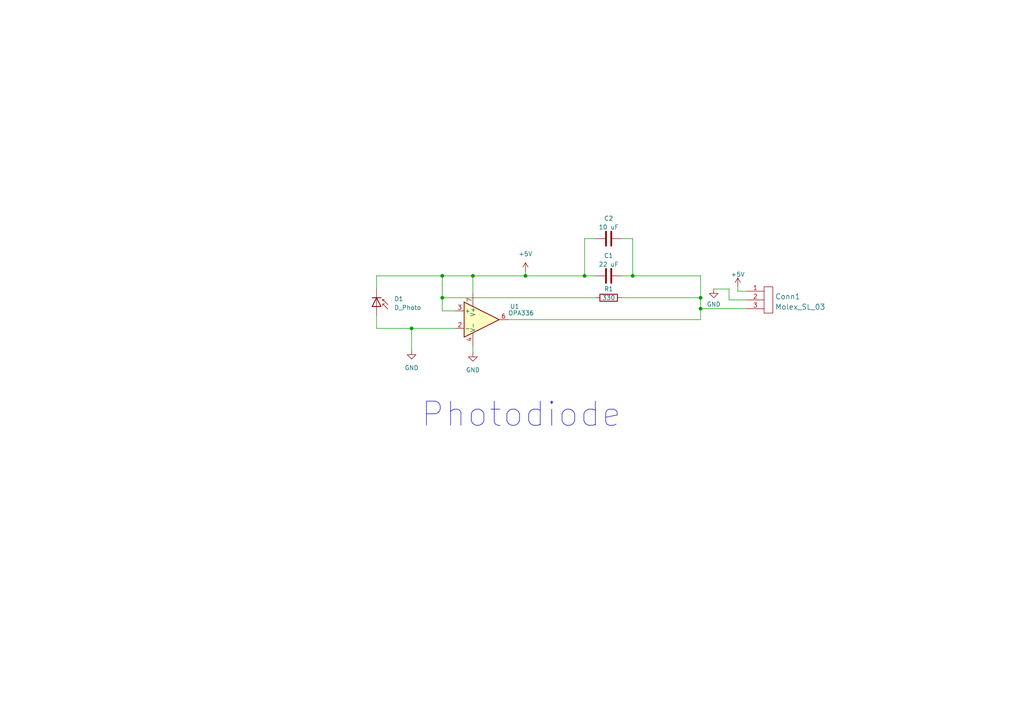
<source format=kicad_sch>
(kicad_sch (version 20211123) (generator eeschema)
  (paper "A4")
  (lib_symbols
    (symbol "Amplifier_Operational:OPA333xxD" (pin_names (offset 0.127))
      (property "Reference" "U" (at 0 6.35 0))
      (property "Value" "OPA333xxD" (at 0 3.81 0))
      (symbol "OPA333xxD_0_1"
        (polyline (pts (xy -5.08 5.08) (xy 5.08 0) (xy -5.08 -5.08) (xy -5.08 5.08)) (stroke (width 0.254)) (fill (type background)))
      )
      (symbol "OPA333xxD_1_1"
        (pin no_connect line (at -2.54 2.54 270) (length 2.54) hide (name "NC") (number "1"))
        (pin input line (at -7.62 -2.54 0) (length 2.54) (name "-") (number "2"))
        (pin input line (at -7.62 2.54 0) (length 2.54) (name "+") (number "3"))
        (pin power_in line (at -2.54 -7.62 90) (length 3.81) (name "V-") (number "4"))
        (pin no_connect line (at 0 2.54 270) (length 2.54) hide (name "NC") (number "5"))
        (pin output line (at 7.62 0 180) (length 2.54) (name "~") (number "6"))
        (pin power_in line (at -2.54 7.62 270) (length 3.81) (name "V+") (number "7"))
        (pin no_connect line (at 0 -2.54 90) (length 2.54) hide (name "NC") (number "8"))
      )
    )
    (symbol "Device:C" (pin_numbers hide) (pin_names (offset 0.254))
      (property "Reference" "C" (at 0.635 2.54 0))
      (property "Value" "C" (at 0.635 -2.54 0))
      (symbol "C_0_1"
        (polyline (pts (xy -2.032 -0.762) (xy 2.032 -0.762)) (stroke (width 0.508)))
        (polyline (pts (xy -2.032 0.762) (xy 2.032 0.762)) (stroke (width 0.508)))
      )
      (symbol "C_1_1"
        (pin passive line (at 0 3.81 270) (length 2.794) (name "~") (number "1"))
        (pin passive line (at 0 -3.81 90) (length 2.794) (name "~") (number "2"))
      )
    )
    (symbol "Device:D_Photo" (pin_numbers hide) (pin_names hide)
      (property "Reference" "D" (at 0.508 1.778 0))
      (property "Value" "D_Photo" (at -1.016 -2.794 0))
      (symbol "D_Photo_0_1"
        (polyline (pts (xy -2.54 1.27) (xy -2.54 -1.27)) (stroke (width 0.254)))
        (polyline (pts (xy -2.032 1.778) (xy -1.524 1.778)))
        (polyline (pts (xy 0 0) (xy -2.54 0)))
        (polyline (pts (xy -0.508 3.302) (xy -2.032 1.778) (xy -2.032 2.286)))
        (polyline (pts (xy 0 -1.27) (xy 0 1.27) (xy -2.54 0) (xy 0 -1.27)) (stroke (width 0.254)))
        (polyline (pts (xy 0.762 3.302) (xy -0.762 1.778) (xy -0.762 2.286) (xy -0.762 1.778) (xy -0.254 1.778)))
      )
      (symbol "D_Photo_1_1"
        (pin passive line (at -5.08 0 0) (length 2.54) (name "K") (number "1"))
        (pin passive line (at 2.54 0 180) (length 2.54) (name "A") (number "2"))
      )
    )
    (symbol "Device:R" (pin_numbers hide) (pin_names (offset 0))
      (property "Reference" "R" (at 2.032 0 90))
      (property "Value" "R" (at 0 0 90))
      (symbol "R_0_1"
        (rectangle (start -1.016 -2.54) (end 1.016 2.54) (stroke (width 0.254)))
      )
      (symbol "R_1_1"
        (pin passive line (at 0 3.81 270) (length 1.27) (name "~") (number "1"))
        (pin passive line (at 0 -3.81 90) (length 1.27) (name "~") (number "2"))
      )
    )
    (symbol "MRDT_Connectors:Molex_SL_03" (pin_names (offset 1.016))
      (property "Reference" "Conn" (at 3.81 -1.27 0))
      (property "Value" "Molex_SL_03" (at 1.27 8.89 0))
      (symbol "Molex_SL_03_0_1"
        (rectangle (start 0 7.62) (end 2.54 0))
      )
      (symbol "Molex_SL_03_1_1"
        (pin input line (at -5.08 6.35 0) (length 5.08) (name "~") (number "1"))
        (pin input line (at -5.08 3.81 0) (length 5.08) (name "~") (number "2"))
        (pin input line (at -5.08 1.27 0) (length 5.08) (name "~") (number "3"))
      )
    )
    (symbol "power:+5V" (power) (pin_names (offset 0))
      (property "Value" "+5V" (at 0 3.556 0))
      (symbol "+5V_0_1"
        (polyline (pts (xy -0.762 1.27) (xy 0 2.54)))
        (polyline (pts (xy 0 0) (xy 0 2.54)))
        (polyline (pts (xy 0 2.54) (xy 0.762 1.27)))
      )
      (symbol "+5V_1_1"
        (pin power_in line (at 0 0 90) (length 0) hide (name "+5V") (number "1"))
      )
    )
    (symbol "power:GND" (power) (pin_names (offset 0))
      (property "Value" "GND" (at 0 -3.81 0))
      (symbol "GND_0_1"
        (polyline (pts (xy 0 0) (xy 0 -1.27) (xy 1.27 -1.27) (xy 0 -2.54) (xy -1.27 -1.27) (xy 0 -1.27)))
      )
      (symbol "GND_1_1"
        (pin power_in line (at 0 0 270) (length 0) hide (name "GND") (number "1"))
      )
    )
  )
  (junction (at 137.16 80.01))
  (junction (at 128.27 86.36))
  (junction (at 128.27 80.01))
  (junction (at 119.38 95.25))
  (junction (at 152.4 80.01))
  (junction (at 203.2 89.535))
  (junction (at 183.515 80.01))
  (junction (at 203.2 86.36))
  (junction (at 169.545 80.01))
  (wire (pts (xy 183.515 69.215) (xy 183.515 80.01)))
  (wire (pts (xy 109.22 80.01) (xy 128.27 80.01)))
  (wire (pts (xy 132.08 90.17) (xy 128.27 90.17)))
  (wire (pts (xy 180.34 69.215) (xy 183.515 69.215)))
  (wire (pts (xy 128.27 90.17) (xy 128.27 86.36)))
  (wire (pts (xy 169.545 69.215) (xy 169.545 80.01)))
  (wire (pts (xy 137.16 80.01) (xy 137.16 85.09)))
  (wire (pts (xy 169.545 80.01) (xy 172.72 80.01)))
  (wire (pts (xy 152.4 78.74) (xy 152.4 80.01)))
  (wire (pts (xy 203.2 86.36) (xy 203.2 80.01)))
  (wire (pts (xy 207.01 83.82) (xy 211.455 83.82)))
  (wire (pts (xy 119.38 101.6) (xy 119.38 95.25)))
  (wire (pts (xy 203.2 89.535) (xy 203.2 86.36)))
  (wire (pts (xy 147.32 92.71) (xy 203.2 92.71)))
  (wire (pts (xy 180.34 86.36) (xy 203.2 86.36)))
  (wire (pts (xy 128.27 86.36) (xy 172.72 86.36)))
  (wire (pts (xy 119.38 95.25) (xy 132.08 95.25)))
  (wire (pts (xy 109.22 95.25) (xy 119.38 95.25)))
  (wire (pts (xy 128.27 80.01) (xy 137.16 80.01)))
  (wire (pts (xy 183.515 80.01) (xy 203.2 80.01)))
  (wire (pts (xy 203.2 89.535) (xy 216.535 89.535)))
  (wire (pts (xy 152.4 80.01) (xy 169.545 80.01)))
  (wire (pts (xy 172.72 69.215) (xy 169.545 69.215)))
  (wire (pts (xy 213.995 83.185) (xy 213.995 84.455)))
  (wire (pts (xy 109.22 83.82) (xy 109.22 80.01)))
  (wire (pts (xy 137.16 100.33) (xy 137.16 102.235)))
  (wire (pts (xy 180.34 80.01) (xy 183.515 80.01)))
  (wire (pts (xy 203.2 92.71) (xy 203.2 89.535)))
  (wire (pts (xy 216.535 84.455) (xy 213.995 84.455)))
  (wire (pts (xy 216.535 86.995) (xy 211.455 86.995)))
  (wire (pts (xy 109.22 91.44) (xy 109.22 95.25)))
  (wire (pts (xy 211.455 86.995) (xy 211.455 83.82)))
  (wire (pts (xy 128.27 80.01) (xy 128.27 86.36)))
  (wire (pts (xy 137.16 80.01) (xy 152.4 80.01)))
  (text "Photodiode" (at 121.92 124.46 0) (effects (font (size 7 7)) (justify left bottom)))
  (symbol (lib_id "MRDT_Connectors:Molex_SL_03") (at 221.615 90.805 0) (unit 1)
    (property "Reference" "Conn1" (at 224.79 86.0188 0) (effects (font (size 1.524 1.524)) (justify left)))
    (property "Value" "Molex_SL_03" (at 224.79 89.0122 0) (effects (font (size 1.524 1.524)) (justify left)))
    (property "Footprint" "MRDT_Connectors:MOLEX_SL_03_Horizontal" (effects hide))
  )
  (symbol (lib_id "Device:D_Photo") (at 109.22 88.9 270) (unit 1)
    (property "Reference" "D1" (at 114.3 86.6774 90) (effects (justify left)))
    (property "Value" "D_Photo" (at 114.3 89.2174 90) (effects (justify left)))
    (property "Footprint" "Package_TO_SOT_THT:TO-18-2" (effects hide))
  )
  (symbol (lib_id "power:GND") (at 137.16 102.235 0) (unit 1)
    (property "Reference" "#PWR02" (effects hide))
    (property "Value" "GND" (at 137.16 107.315 0))
  )
  (symbol (lib_id "power:GND") (at 207.01 83.82 0) (unit 1)
    (property "Reference" "#PWR04" (effects hide))
    (property "Value" "GND" (at 207.01 88.2634 0))
  )
  (symbol (lib_id "Device:R") (at 176.53 86.36 90) (unit 1)
    (property "Reference" "R1" (at 176.53 83.82 90))
    (property "Value" "330" (at 176.53 86.36 90))
    (property "Footprint" "Resistor_SMD:R_0603_1608Metric_Pad0.98x0.95mm_HandSolder" (effects hide))
  )
  (symbol (lib_id "power:+5V") (at 152.4 78.74 0) (unit 1)
    (property "Reference" "#PWR03" (effects hide))
    (property "Value" "+5V" (at 152.4 73.66 0))
  )
  (symbol (lib_id "Device:C") (at 176.53 80.01 90) (unit 1)
    (property "Reference" "C1" (at 176.53 74.1512 90))
    (property "Value" "22 uF" (at 176.53 76.6881 90))
    (property "Footprint" "Capacitor_SMD:C_0603_1608Metric_Pad1.08x0.95mm_HandSolder" (effects hide))
  )
  (symbol (lib_id "Device:C") (at 176.53 69.215 90) (unit 1)
    (property "Reference" "C2" (at 176.53 63.3562 90))
    (property "Value" "10 uF" (at 176.53 65.8931 90))
    (property "Footprint" "Capacitor_SMD:C_0603_1608Metric_Pad1.08x0.95mm_HandSolder" (effects hide))
  )
  (symbol (lib_id "power:GND") (at 119.38 101.6 0) (unit 1)
    (property "Reference" "#PWR01" (effects hide))
    (property "Value" "GND" (at 119.38 106.68 0))
  )
  (symbol (lib_id "power:+5V") (at 213.995 83.185 0) (unit 1)
    (property "Reference" "#PWR05" (effects hide))
    (property "Value" "+5V" (at 213.995 79.6092 0))
  )
  (symbol (lib_id "Amplifier_Operational:OPA333xxD") (at 139.7 92.71 0) (unit 1)
    (property "Reference" "U1" (at 149.2802 88.8833 0))
    (property "Value" "OPA336" (at 151.13 90.805 0))
    (property "Footprint" "Package_SO:SOIC-8_3.9x4.9mm_P1.27mm" (effects hide))
    (property "Datasheet" "https://www.ti.com/lit/ds/sbos068c/sbos068c.pdf" (effects hide))
  )
)
</source>
